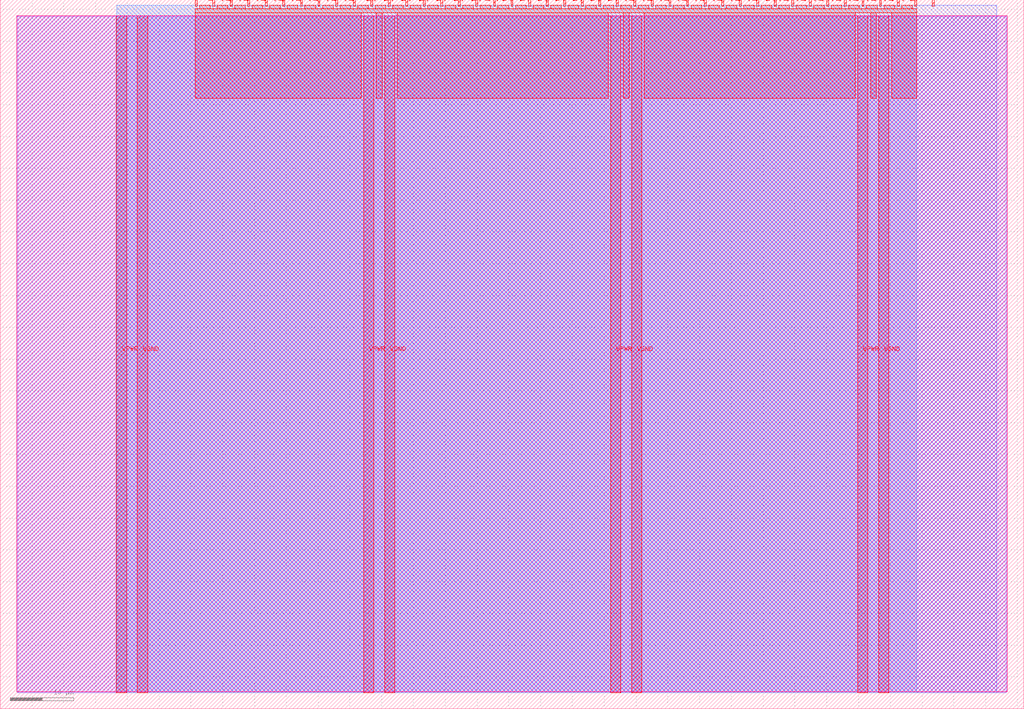
<source format=lef>
VERSION 5.7 ;
  NOWIREEXTENSIONATPIN ON ;
  DIVIDERCHAR "/" ;
  BUSBITCHARS "[]" ;
MACRO tt_um_wokwi_414123795172381697
  CLASS BLOCK ;
  FOREIGN tt_um_wokwi_414123795172381697 ;
  ORIGIN 0.000 0.000 ;
  SIZE 161.000 BY 111.520 ;
  PIN VGND
    DIRECTION INOUT ;
    USE GROUND ;
    PORT
      LAYER met4 ;
        RECT 21.580 2.480 23.180 109.040 ;
    END
    PORT
      LAYER met4 ;
        RECT 60.450 2.480 62.050 109.040 ;
    END
    PORT
      LAYER met4 ;
        RECT 99.320 2.480 100.920 109.040 ;
    END
    PORT
      LAYER met4 ;
        RECT 138.190 2.480 139.790 109.040 ;
    END
  END VGND
  PIN VPWR
    DIRECTION INOUT ;
    USE POWER ;
    PORT
      LAYER met4 ;
        RECT 18.280 2.480 19.880 109.040 ;
    END
    PORT
      LAYER met4 ;
        RECT 57.150 2.480 58.750 109.040 ;
    END
    PORT
      LAYER met4 ;
        RECT 96.020 2.480 97.620 109.040 ;
    END
    PORT
      LAYER met4 ;
        RECT 134.890 2.480 136.490 109.040 ;
    END
  END VPWR
  PIN clk
    DIRECTION INPUT ;
    USE SIGNAL ;
    ANTENNAGATEAREA 0.852000 ;
    PORT
      LAYER met4 ;
        RECT 143.830 110.520 144.130 111.520 ;
    END
  END clk
  PIN ena
    DIRECTION INPUT ;
    USE SIGNAL ;
    PORT
      LAYER met4 ;
        RECT 146.590 110.520 146.890 111.520 ;
    END
  END ena
  PIN rst_n
    DIRECTION INPUT ;
    USE SIGNAL ;
    ANTENNAGATEAREA 0.196500 ;
    PORT
      LAYER met4 ;
        RECT 141.070 110.520 141.370 111.520 ;
    END
  END rst_n
  PIN ui_in[0]
    DIRECTION INPUT ;
    USE SIGNAL ;
    ANTENNAGATEAREA 0.196500 ;
    PORT
      LAYER met4 ;
        RECT 138.310 110.520 138.610 111.520 ;
    END
  END ui_in[0]
  PIN ui_in[1]
    DIRECTION INPUT ;
    USE SIGNAL ;
    ANTENNAGATEAREA 0.196500 ;
    PORT
      LAYER met4 ;
        RECT 135.550 110.520 135.850 111.520 ;
    END
  END ui_in[1]
  PIN ui_in[2]
    DIRECTION INPUT ;
    USE SIGNAL ;
    ANTENNAGATEAREA 0.196500 ;
    PORT
      LAYER met4 ;
        RECT 132.790 110.520 133.090 111.520 ;
    END
  END ui_in[2]
  PIN ui_in[3]
    DIRECTION INPUT ;
    USE SIGNAL ;
    ANTENNAGATEAREA 0.196500 ;
    PORT
      LAYER met4 ;
        RECT 130.030 110.520 130.330 111.520 ;
    END
  END ui_in[3]
  PIN ui_in[4]
    DIRECTION INPUT ;
    USE SIGNAL ;
    ANTENNAGATEAREA 0.196500 ;
    PORT
      LAYER met4 ;
        RECT 127.270 110.520 127.570 111.520 ;
    END
  END ui_in[4]
  PIN ui_in[5]
    DIRECTION INPUT ;
    USE SIGNAL ;
    ANTENNAGATEAREA 0.196500 ;
    PORT
      LAYER met4 ;
        RECT 124.510 110.520 124.810 111.520 ;
    END
  END ui_in[5]
  PIN ui_in[6]
    DIRECTION INPUT ;
    USE SIGNAL ;
    ANTENNAGATEAREA 0.196500 ;
    PORT
      LAYER met4 ;
        RECT 121.750 110.520 122.050 111.520 ;
    END
  END ui_in[6]
  PIN ui_in[7]
    DIRECTION INPUT ;
    USE SIGNAL ;
    ANTENNAGATEAREA 0.196500 ;
    PORT
      LAYER met4 ;
        RECT 118.990 110.520 119.290 111.520 ;
    END
  END ui_in[7]
  PIN uio_in[0]
    DIRECTION INPUT ;
    USE SIGNAL ;
    PORT
      LAYER met4 ;
        RECT 116.230 110.520 116.530 111.520 ;
    END
  END uio_in[0]
  PIN uio_in[1]
    DIRECTION INPUT ;
    USE SIGNAL ;
    PORT
      LAYER met4 ;
        RECT 113.470 110.520 113.770 111.520 ;
    END
  END uio_in[1]
  PIN uio_in[2]
    DIRECTION INPUT ;
    USE SIGNAL ;
    PORT
      LAYER met4 ;
        RECT 110.710 110.520 111.010 111.520 ;
    END
  END uio_in[2]
  PIN uio_in[3]
    DIRECTION INPUT ;
    USE SIGNAL ;
    PORT
      LAYER met4 ;
        RECT 107.950 110.520 108.250 111.520 ;
    END
  END uio_in[3]
  PIN uio_in[4]
    DIRECTION INPUT ;
    USE SIGNAL ;
    PORT
      LAYER met4 ;
        RECT 105.190 110.520 105.490 111.520 ;
    END
  END uio_in[4]
  PIN uio_in[5]
    DIRECTION INPUT ;
    USE SIGNAL ;
    PORT
      LAYER met4 ;
        RECT 102.430 110.520 102.730 111.520 ;
    END
  END uio_in[5]
  PIN uio_in[6]
    DIRECTION INPUT ;
    USE SIGNAL ;
    PORT
      LAYER met4 ;
        RECT 99.670 110.520 99.970 111.520 ;
    END
  END uio_in[6]
  PIN uio_in[7]
    DIRECTION INPUT ;
    USE SIGNAL ;
    PORT
      LAYER met4 ;
        RECT 96.910 110.520 97.210 111.520 ;
    END
  END uio_in[7]
  PIN uio_oe[0]
    DIRECTION OUTPUT ;
    USE SIGNAL ;
    PORT
      LAYER met4 ;
        RECT 49.990 110.520 50.290 111.520 ;
    END
  END uio_oe[0]
  PIN uio_oe[1]
    DIRECTION OUTPUT ;
    USE SIGNAL ;
    PORT
      LAYER met4 ;
        RECT 47.230 110.520 47.530 111.520 ;
    END
  END uio_oe[1]
  PIN uio_oe[2]
    DIRECTION OUTPUT ;
    USE SIGNAL ;
    PORT
      LAYER met4 ;
        RECT 44.470 110.520 44.770 111.520 ;
    END
  END uio_oe[2]
  PIN uio_oe[3]
    DIRECTION OUTPUT ;
    USE SIGNAL ;
    PORT
      LAYER met4 ;
        RECT 41.710 110.520 42.010 111.520 ;
    END
  END uio_oe[3]
  PIN uio_oe[4]
    DIRECTION OUTPUT ;
    USE SIGNAL ;
    PORT
      LAYER met4 ;
        RECT 38.950 110.520 39.250 111.520 ;
    END
  END uio_oe[4]
  PIN uio_oe[5]
    DIRECTION OUTPUT ;
    USE SIGNAL ;
    PORT
      LAYER met4 ;
        RECT 36.190 110.520 36.490 111.520 ;
    END
  END uio_oe[5]
  PIN uio_oe[6]
    DIRECTION OUTPUT ;
    USE SIGNAL ;
    PORT
      LAYER met4 ;
        RECT 33.430 110.520 33.730 111.520 ;
    END
  END uio_oe[6]
  PIN uio_oe[7]
    DIRECTION OUTPUT ;
    USE SIGNAL ;
    PORT
      LAYER met4 ;
        RECT 30.670 110.520 30.970 111.520 ;
    END
  END uio_oe[7]
  PIN uio_out[0]
    DIRECTION OUTPUT ;
    USE SIGNAL ;
    PORT
      LAYER met4 ;
        RECT 72.070 110.520 72.370 111.520 ;
    END
  END uio_out[0]
  PIN uio_out[1]
    DIRECTION OUTPUT ;
    USE SIGNAL ;
    PORT
      LAYER met4 ;
        RECT 69.310 110.520 69.610 111.520 ;
    END
  END uio_out[1]
  PIN uio_out[2]
    DIRECTION OUTPUT ;
    USE SIGNAL ;
    PORT
      LAYER met4 ;
        RECT 66.550 110.520 66.850 111.520 ;
    END
  END uio_out[2]
  PIN uio_out[3]
    DIRECTION OUTPUT ;
    USE SIGNAL ;
    PORT
      LAYER met4 ;
        RECT 63.790 110.520 64.090 111.520 ;
    END
  END uio_out[3]
  PIN uio_out[4]
    DIRECTION OUTPUT ;
    USE SIGNAL ;
    PORT
      LAYER met4 ;
        RECT 61.030 110.520 61.330 111.520 ;
    END
  END uio_out[4]
  PIN uio_out[5]
    DIRECTION OUTPUT ;
    USE SIGNAL ;
    PORT
      LAYER met4 ;
        RECT 58.270 110.520 58.570 111.520 ;
    END
  END uio_out[5]
  PIN uio_out[6]
    DIRECTION OUTPUT ;
    USE SIGNAL ;
    PORT
      LAYER met4 ;
        RECT 55.510 110.520 55.810 111.520 ;
    END
  END uio_out[6]
  PIN uio_out[7]
    DIRECTION OUTPUT ;
    USE SIGNAL ;
    PORT
      LAYER met4 ;
        RECT 52.750 110.520 53.050 111.520 ;
    END
  END uio_out[7]
  PIN uo_out[0]
    DIRECTION OUTPUT ;
    USE SIGNAL ;
    ANTENNADIFFAREA 0.445500 ;
    PORT
      LAYER met4 ;
        RECT 94.150 110.520 94.450 111.520 ;
    END
  END uo_out[0]
  PIN uo_out[1]
    DIRECTION OUTPUT ;
    USE SIGNAL ;
    ANTENNADIFFAREA 0.445500 ;
    PORT
      LAYER met4 ;
        RECT 91.390 110.520 91.690 111.520 ;
    END
  END uo_out[1]
  PIN uo_out[2]
    DIRECTION OUTPUT ;
    USE SIGNAL ;
    ANTENNADIFFAREA 0.445500 ;
    PORT
      LAYER met4 ;
        RECT 88.630 110.520 88.930 111.520 ;
    END
  END uo_out[2]
  PIN uo_out[3]
    DIRECTION OUTPUT ;
    USE SIGNAL ;
    ANTENNADIFFAREA 0.445500 ;
    PORT
      LAYER met4 ;
        RECT 85.870 110.520 86.170 111.520 ;
    END
  END uo_out[3]
  PIN uo_out[4]
    DIRECTION OUTPUT ;
    USE SIGNAL ;
    ANTENNADIFFAREA 0.445500 ;
    PORT
      LAYER met4 ;
        RECT 83.110 110.520 83.410 111.520 ;
    END
  END uo_out[4]
  PIN uo_out[5]
    DIRECTION OUTPUT ;
    USE SIGNAL ;
    ANTENNADIFFAREA 0.445500 ;
    PORT
      LAYER met4 ;
        RECT 80.350 110.520 80.650 111.520 ;
    END
  END uo_out[5]
  PIN uo_out[6]
    DIRECTION OUTPUT ;
    USE SIGNAL ;
    ANTENNADIFFAREA 0.795200 ;
    PORT
      LAYER met4 ;
        RECT 77.590 110.520 77.890 111.520 ;
    END
  END uo_out[6]
  PIN uo_out[7]
    DIRECTION OUTPUT ;
    USE SIGNAL ;
    PORT
      LAYER met4 ;
        RECT 74.830 110.520 75.130 111.520 ;
    END
  END uo_out[7]
  OBS
      LAYER nwell ;
        RECT 2.570 2.635 158.430 108.990 ;
      LAYER li1 ;
        RECT 2.760 2.635 158.240 108.885 ;
      LAYER met1 ;
        RECT 2.760 2.480 158.240 109.040 ;
      LAYER met2 ;
        RECT 18.310 2.535 156.760 110.685 ;
      LAYER met3 ;
        RECT 18.290 2.555 144.170 110.665 ;
      LAYER met4 ;
        RECT 31.370 110.120 33.030 110.665 ;
        RECT 34.130 110.120 35.790 110.665 ;
        RECT 36.890 110.120 38.550 110.665 ;
        RECT 39.650 110.120 41.310 110.665 ;
        RECT 42.410 110.120 44.070 110.665 ;
        RECT 45.170 110.120 46.830 110.665 ;
        RECT 47.930 110.120 49.590 110.665 ;
        RECT 50.690 110.120 52.350 110.665 ;
        RECT 53.450 110.120 55.110 110.665 ;
        RECT 56.210 110.120 57.870 110.665 ;
        RECT 58.970 110.120 60.630 110.665 ;
        RECT 61.730 110.120 63.390 110.665 ;
        RECT 64.490 110.120 66.150 110.665 ;
        RECT 67.250 110.120 68.910 110.665 ;
        RECT 70.010 110.120 71.670 110.665 ;
        RECT 72.770 110.120 74.430 110.665 ;
        RECT 75.530 110.120 77.190 110.665 ;
        RECT 78.290 110.120 79.950 110.665 ;
        RECT 81.050 110.120 82.710 110.665 ;
        RECT 83.810 110.120 85.470 110.665 ;
        RECT 86.570 110.120 88.230 110.665 ;
        RECT 89.330 110.120 90.990 110.665 ;
        RECT 92.090 110.120 93.750 110.665 ;
        RECT 94.850 110.120 96.510 110.665 ;
        RECT 97.610 110.120 99.270 110.665 ;
        RECT 100.370 110.120 102.030 110.665 ;
        RECT 103.130 110.120 104.790 110.665 ;
        RECT 105.890 110.120 107.550 110.665 ;
        RECT 108.650 110.120 110.310 110.665 ;
        RECT 111.410 110.120 113.070 110.665 ;
        RECT 114.170 110.120 115.830 110.665 ;
        RECT 116.930 110.120 118.590 110.665 ;
        RECT 119.690 110.120 121.350 110.665 ;
        RECT 122.450 110.120 124.110 110.665 ;
        RECT 125.210 110.120 126.870 110.665 ;
        RECT 127.970 110.120 129.630 110.665 ;
        RECT 130.730 110.120 132.390 110.665 ;
        RECT 133.490 110.120 135.150 110.665 ;
        RECT 136.250 110.120 137.910 110.665 ;
        RECT 139.010 110.120 140.670 110.665 ;
        RECT 141.770 110.120 143.430 110.665 ;
        RECT 30.655 109.440 144.145 110.120 ;
        RECT 30.655 96.055 56.750 109.440 ;
        RECT 59.150 96.055 60.050 109.440 ;
        RECT 62.450 96.055 95.620 109.440 ;
        RECT 98.020 96.055 98.920 109.440 ;
        RECT 101.320 96.055 134.490 109.440 ;
        RECT 136.890 96.055 137.790 109.440 ;
        RECT 140.190 96.055 144.145 109.440 ;
  END
END tt_um_wokwi_414123795172381697
END LIBRARY


</source>
